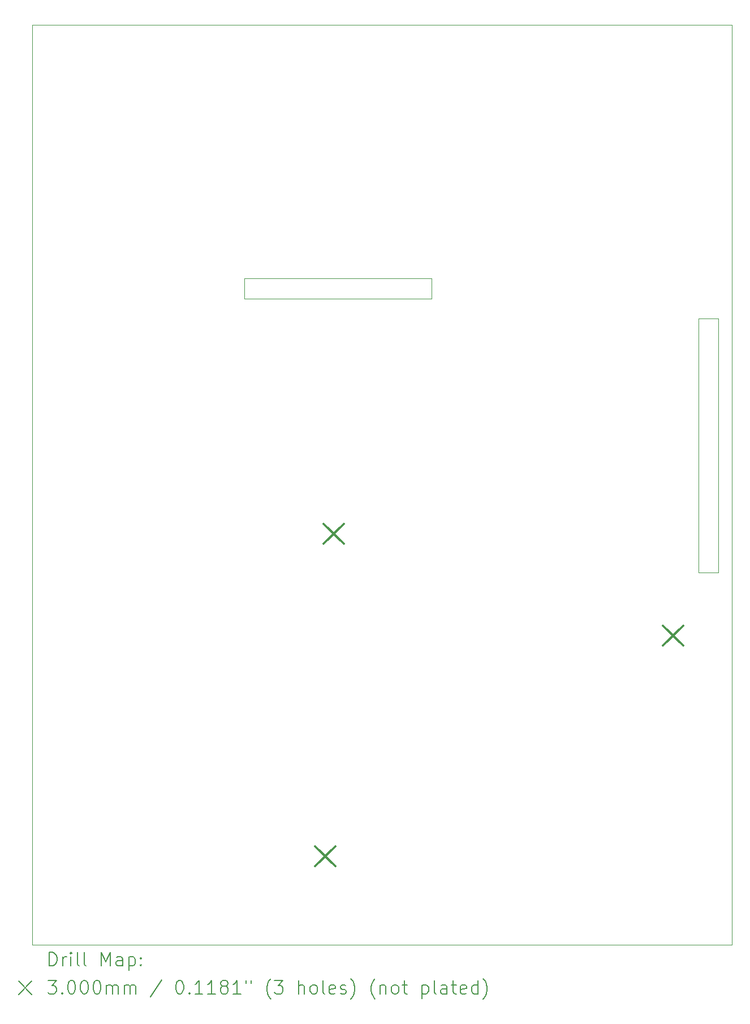
<source format=gbr>
%TF.GenerationSoftware,KiCad,Pcbnew,7.0.10-7.0.10~ubuntu22.04.1*%
%TF.CreationDate,2024-02-01T23:34:03+07:00*%
%TF.ProjectId,BFMC,42464d43-2e6b-4696-9361-645f70636258,rev?*%
%TF.SameCoordinates,Original*%
%TF.FileFunction,Drillmap*%
%TF.FilePolarity,Positive*%
%FSLAX45Y45*%
G04 Gerber Fmt 4.5, Leading zero omitted, Abs format (unit mm)*
G04 Created by KiCad (PCBNEW 7.0.10-7.0.10~ubuntu22.04.1) date 2024-02-01 23:34:03*
%MOMM*%
%LPD*%
G01*
G04 APERTURE LIST*
%ADD10C,0.100000*%
%ADD11C,0.101600*%
%ADD12C,0.200000*%
%ADD13C,0.300000*%
G04 APERTURE END LIST*
D10*
X14300000Y-5800000D02*
X14600000Y-5800000D01*
X14600000Y-9600000D01*
X14300000Y-9600000D01*
X14300000Y-5800000D01*
D11*
X4325620Y-1402820D02*
X14800000Y-1402820D01*
X14800000Y-15168880D01*
X4325620Y-15168880D01*
X4325620Y-1402820D01*
D10*
X7500000Y-5200000D02*
X10300000Y-5200000D01*
X10300000Y-5500000D01*
X7500000Y-5500000D01*
X7500000Y-5200000D01*
D12*
D13*
X8561160Y-13695540D02*
X8861160Y-13995540D01*
X8861160Y-13695540D02*
X8561160Y-13995540D01*
X8688160Y-8869540D02*
X8988160Y-9169540D01*
X8988160Y-8869540D02*
X8688160Y-9169540D01*
X13768160Y-10393540D02*
X14068160Y-10693540D01*
X14068160Y-10393540D02*
X13768160Y-10693540D01*
D12*
X4581317Y-15485444D02*
X4581317Y-15285444D01*
X4581317Y-15285444D02*
X4628936Y-15285444D01*
X4628936Y-15285444D02*
X4657507Y-15294968D01*
X4657507Y-15294968D02*
X4676555Y-15314015D01*
X4676555Y-15314015D02*
X4686079Y-15333063D01*
X4686079Y-15333063D02*
X4695603Y-15371158D01*
X4695603Y-15371158D02*
X4695603Y-15399729D01*
X4695603Y-15399729D02*
X4686079Y-15437825D01*
X4686079Y-15437825D02*
X4676555Y-15456872D01*
X4676555Y-15456872D02*
X4657507Y-15475920D01*
X4657507Y-15475920D02*
X4628936Y-15485444D01*
X4628936Y-15485444D02*
X4581317Y-15485444D01*
X4781317Y-15485444D02*
X4781317Y-15352110D01*
X4781317Y-15390206D02*
X4790841Y-15371158D01*
X4790841Y-15371158D02*
X4800364Y-15361634D01*
X4800364Y-15361634D02*
X4819412Y-15352110D01*
X4819412Y-15352110D02*
X4838460Y-15352110D01*
X4905126Y-15485444D02*
X4905126Y-15352110D01*
X4905126Y-15285444D02*
X4895603Y-15294968D01*
X4895603Y-15294968D02*
X4905126Y-15304491D01*
X4905126Y-15304491D02*
X4914650Y-15294968D01*
X4914650Y-15294968D02*
X4905126Y-15285444D01*
X4905126Y-15285444D02*
X4905126Y-15304491D01*
X5028936Y-15485444D02*
X5009888Y-15475920D01*
X5009888Y-15475920D02*
X5000364Y-15456872D01*
X5000364Y-15456872D02*
X5000364Y-15285444D01*
X5133698Y-15485444D02*
X5114650Y-15475920D01*
X5114650Y-15475920D02*
X5105126Y-15456872D01*
X5105126Y-15456872D02*
X5105126Y-15285444D01*
X5362269Y-15485444D02*
X5362269Y-15285444D01*
X5362269Y-15285444D02*
X5428936Y-15428301D01*
X5428936Y-15428301D02*
X5495603Y-15285444D01*
X5495603Y-15285444D02*
X5495603Y-15485444D01*
X5676555Y-15485444D02*
X5676555Y-15380682D01*
X5676555Y-15380682D02*
X5667031Y-15361634D01*
X5667031Y-15361634D02*
X5647983Y-15352110D01*
X5647983Y-15352110D02*
X5609888Y-15352110D01*
X5609888Y-15352110D02*
X5590841Y-15361634D01*
X5676555Y-15475920D02*
X5657507Y-15485444D01*
X5657507Y-15485444D02*
X5609888Y-15485444D01*
X5609888Y-15485444D02*
X5590841Y-15475920D01*
X5590841Y-15475920D02*
X5581317Y-15456872D01*
X5581317Y-15456872D02*
X5581317Y-15437825D01*
X5581317Y-15437825D02*
X5590841Y-15418777D01*
X5590841Y-15418777D02*
X5609888Y-15409253D01*
X5609888Y-15409253D02*
X5657507Y-15409253D01*
X5657507Y-15409253D02*
X5676555Y-15399729D01*
X5771793Y-15352110D02*
X5771793Y-15552110D01*
X5771793Y-15361634D02*
X5790841Y-15352110D01*
X5790841Y-15352110D02*
X5828936Y-15352110D01*
X5828936Y-15352110D02*
X5847983Y-15361634D01*
X5847983Y-15361634D02*
X5857507Y-15371158D01*
X5857507Y-15371158D02*
X5867031Y-15390206D01*
X5867031Y-15390206D02*
X5867031Y-15447348D01*
X5867031Y-15447348D02*
X5857507Y-15466396D01*
X5857507Y-15466396D02*
X5847983Y-15475920D01*
X5847983Y-15475920D02*
X5828936Y-15485444D01*
X5828936Y-15485444D02*
X5790841Y-15485444D01*
X5790841Y-15485444D02*
X5771793Y-15475920D01*
X5952745Y-15466396D02*
X5962269Y-15475920D01*
X5962269Y-15475920D02*
X5952745Y-15485444D01*
X5952745Y-15485444D02*
X5943222Y-15475920D01*
X5943222Y-15475920D02*
X5952745Y-15466396D01*
X5952745Y-15466396D02*
X5952745Y-15485444D01*
X5952745Y-15361634D02*
X5962269Y-15371158D01*
X5962269Y-15371158D02*
X5952745Y-15380682D01*
X5952745Y-15380682D02*
X5943222Y-15371158D01*
X5943222Y-15371158D02*
X5952745Y-15361634D01*
X5952745Y-15361634D02*
X5952745Y-15380682D01*
X4120540Y-15713960D02*
X4320540Y-15913960D01*
X4320540Y-15713960D02*
X4120540Y-15913960D01*
X4562269Y-15705444D02*
X4686079Y-15705444D01*
X4686079Y-15705444D02*
X4619412Y-15781634D01*
X4619412Y-15781634D02*
X4647984Y-15781634D01*
X4647984Y-15781634D02*
X4667031Y-15791158D01*
X4667031Y-15791158D02*
X4676555Y-15800682D01*
X4676555Y-15800682D02*
X4686079Y-15819729D01*
X4686079Y-15819729D02*
X4686079Y-15867348D01*
X4686079Y-15867348D02*
X4676555Y-15886396D01*
X4676555Y-15886396D02*
X4667031Y-15895920D01*
X4667031Y-15895920D02*
X4647984Y-15905444D01*
X4647984Y-15905444D02*
X4590841Y-15905444D01*
X4590841Y-15905444D02*
X4571793Y-15895920D01*
X4571793Y-15895920D02*
X4562269Y-15886396D01*
X4771793Y-15886396D02*
X4781317Y-15895920D01*
X4781317Y-15895920D02*
X4771793Y-15905444D01*
X4771793Y-15905444D02*
X4762269Y-15895920D01*
X4762269Y-15895920D02*
X4771793Y-15886396D01*
X4771793Y-15886396D02*
X4771793Y-15905444D01*
X4905126Y-15705444D02*
X4924174Y-15705444D01*
X4924174Y-15705444D02*
X4943222Y-15714968D01*
X4943222Y-15714968D02*
X4952745Y-15724491D01*
X4952745Y-15724491D02*
X4962269Y-15743539D01*
X4962269Y-15743539D02*
X4971793Y-15781634D01*
X4971793Y-15781634D02*
X4971793Y-15829253D01*
X4971793Y-15829253D02*
X4962269Y-15867348D01*
X4962269Y-15867348D02*
X4952745Y-15886396D01*
X4952745Y-15886396D02*
X4943222Y-15895920D01*
X4943222Y-15895920D02*
X4924174Y-15905444D01*
X4924174Y-15905444D02*
X4905126Y-15905444D01*
X4905126Y-15905444D02*
X4886079Y-15895920D01*
X4886079Y-15895920D02*
X4876555Y-15886396D01*
X4876555Y-15886396D02*
X4867031Y-15867348D01*
X4867031Y-15867348D02*
X4857507Y-15829253D01*
X4857507Y-15829253D02*
X4857507Y-15781634D01*
X4857507Y-15781634D02*
X4867031Y-15743539D01*
X4867031Y-15743539D02*
X4876555Y-15724491D01*
X4876555Y-15724491D02*
X4886079Y-15714968D01*
X4886079Y-15714968D02*
X4905126Y-15705444D01*
X5095603Y-15705444D02*
X5114650Y-15705444D01*
X5114650Y-15705444D02*
X5133698Y-15714968D01*
X5133698Y-15714968D02*
X5143222Y-15724491D01*
X5143222Y-15724491D02*
X5152745Y-15743539D01*
X5152745Y-15743539D02*
X5162269Y-15781634D01*
X5162269Y-15781634D02*
X5162269Y-15829253D01*
X5162269Y-15829253D02*
X5152745Y-15867348D01*
X5152745Y-15867348D02*
X5143222Y-15886396D01*
X5143222Y-15886396D02*
X5133698Y-15895920D01*
X5133698Y-15895920D02*
X5114650Y-15905444D01*
X5114650Y-15905444D02*
X5095603Y-15905444D01*
X5095603Y-15905444D02*
X5076555Y-15895920D01*
X5076555Y-15895920D02*
X5067031Y-15886396D01*
X5067031Y-15886396D02*
X5057507Y-15867348D01*
X5057507Y-15867348D02*
X5047984Y-15829253D01*
X5047984Y-15829253D02*
X5047984Y-15781634D01*
X5047984Y-15781634D02*
X5057507Y-15743539D01*
X5057507Y-15743539D02*
X5067031Y-15724491D01*
X5067031Y-15724491D02*
X5076555Y-15714968D01*
X5076555Y-15714968D02*
X5095603Y-15705444D01*
X5286079Y-15705444D02*
X5305126Y-15705444D01*
X5305126Y-15705444D02*
X5324174Y-15714968D01*
X5324174Y-15714968D02*
X5333698Y-15724491D01*
X5333698Y-15724491D02*
X5343222Y-15743539D01*
X5343222Y-15743539D02*
X5352745Y-15781634D01*
X5352745Y-15781634D02*
X5352745Y-15829253D01*
X5352745Y-15829253D02*
X5343222Y-15867348D01*
X5343222Y-15867348D02*
X5333698Y-15886396D01*
X5333698Y-15886396D02*
X5324174Y-15895920D01*
X5324174Y-15895920D02*
X5305126Y-15905444D01*
X5305126Y-15905444D02*
X5286079Y-15905444D01*
X5286079Y-15905444D02*
X5267031Y-15895920D01*
X5267031Y-15895920D02*
X5257507Y-15886396D01*
X5257507Y-15886396D02*
X5247984Y-15867348D01*
X5247984Y-15867348D02*
X5238460Y-15829253D01*
X5238460Y-15829253D02*
X5238460Y-15781634D01*
X5238460Y-15781634D02*
X5247984Y-15743539D01*
X5247984Y-15743539D02*
X5257507Y-15724491D01*
X5257507Y-15724491D02*
X5267031Y-15714968D01*
X5267031Y-15714968D02*
X5286079Y-15705444D01*
X5438460Y-15905444D02*
X5438460Y-15772110D01*
X5438460Y-15791158D02*
X5447984Y-15781634D01*
X5447984Y-15781634D02*
X5467031Y-15772110D01*
X5467031Y-15772110D02*
X5495603Y-15772110D01*
X5495603Y-15772110D02*
X5514650Y-15781634D01*
X5514650Y-15781634D02*
X5524174Y-15800682D01*
X5524174Y-15800682D02*
X5524174Y-15905444D01*
X5524174Y-15800682D02*
X5533698Y-15781634D01*
X5533698Y-15781634D02*
X5552745Y-15772110D01*
X5552745Y-15772110D02*
X5581317Y-15772110D01*
X5581317Y-15772110D02*
X5600364Y-15781634D01*
X5600364Y-15781634D02*
X5609888Y-15800682D01*
X5609888Y-15800682D02*
X5609888Y-15905444D01*
X5705126Y-15905444D02*
X5705126Y-15772110D01*
X5705126Y-15791158D02*
X5714650Y-15781634D01*
X5714650Y-15781634D02*
X5733698Y-15772110D01*
X5733698Y-15772110D02*
X5762269Y-15772110D01*
X5762269Y-15772110D02*
X5781317Y-15781634D01*
X5781317Y-15781634D02*
X5790841Y-15800682D01*
X5790841Y-15800682D02*
X5790841Y-15905444D01*
X5790841Y-15800682D02*
X5800364Y-15781634D01*
X5800364Y-15781634D02*
X5819412Y-15772110D01*
X5819412Y-15772110D02*
X5847983Y-15772110D01*
X5847983Y-15772110D02*
X5867031Y-15781634D01*
X5867031Y-15781634D02*
X5876555Y-15800682D01*
X5876555Y-15800682D02*
X5876555Y-15905444D01*
X6267031Y-15695920D02*
X6095603Y-15953063D01*
X6524174Y-15705444D02*
X6543222Y-15705444D01*
X6543222Y-15705444D02*
X6562269Y-15714968D01*
X6562269Y-15714968D02*
X6571793Y-15724491D01*
X6571793Y-15724491D02*
X6581317Y-15743539D01*
X6581317Y-15743539D02*
X6590841Y-15781634D01*
X6590841Y-15781634D02*
X6590841Y-15829253D01*
X6590841Y-15829253D02*
X6581317Y-15867348D01*
X6581317Y-15867348D02*
X6571793Y-15886396D01*
X6571793Y-15886396D02*
X6562269Y-15895920D01*
X6562269Y-15895920D02*
X6543222Y-15905444D01*
X6543222Y-15905444D02*
X6524174Y-15905444D01*
X6524174Y-15905444D02*
X6505126Y-15895920D01*
X6505126Y-15895920D02*
X6495603Y-15886396D01*
X6495603Y-15886396D02*
X6486079Y-15867348D01*
X6486079Y-15867348D02*
X6476555Y-15829253D01*
X6476555Y-15829253D02*
X6476555Y-15781634D01*
X6476555Y-15781634D02*
X6486079Y-15743539D01*
X6486079Y-15743539D02*
X6495603Y-15724491D01*
X6495603Y-15724491D02*
X6505126Y-15714968D01*
X6505126Y-15714968D02*
X6524174Y-15705444D01*
X6676555Y-15886396D02*
X6686079Y-15895920D01*
X6686079Y-15895920D02*
X6676555Y-15905444D01*
X6676555Y-15905444D02*
X6667031Y-15895920D01*
X6667031Y-15895920D02*
X6676555Y-15886396D01*
X6676555Y-15886396D02*
X6676555Y-15905444D01*
X6876555Y-15905444D02*
X6762269Y-15905444D01*
X6819412Y-15905444D02*
X6819412Y-15705444D01*
X6819412Y-15705444D02*
X6800365Y-15734015D01*
X6800365Y-15734015D02*
X6781317Y-15753063D01*
X6781317Y-15753063D02*
X6762269Y-15762587D01*
X7067031Y-15905444D02*
X6952746Y-15905444D01*
X7009888Y-15905444D02*
X7009888Y-15705444D01*
X7009888Y-15705444D02*
X6990841Y-15734015D01*
X6990841Y-15734015D02*
X6971793Y-15753063D01*
X6971793Y-15753063D02*
X6952746Y-15762587D01*
X7181317Y-15791158D02*
X7162269Y-15781634D01*
X7162269Y-15781634D02*
X7152746Y-15772110D01*
X7152746Y-15772110D02*
X7143222Y-15753063D01*
X7143222Y-15753063D02*
X7143222Y-15743539D01*
X7143222Y-15743539D02*
X7152746Y-15724491D01*
X7152746Y-15724491D02*
X7162269Y-15714968D01*
X7162269Y-15714968D02*
X7181317Y-15705444D01*
X7181317Y-15705444D02*
X7219412Y-15705444D01*
X7219412Y-15705444D02*
X7238460Y-15714968D01*
X7238460Y-15714968D02*
X7247984Y-15724491D01*
X7247984Y-15724491D02*
X7257507Y-15743539D01*
X7257507Y-15743539D02*
X7257507Y-15753063D01*
X7257507Y-15753063D02*
X7247984Y-15772110D01*
X7247984Y-15772110D02*
X7238460Y-15781634D01*
X7238460Y-15781634D02*
X7219412Y-15791158D01*
X7219412Y-15791158D02*
X7181317Y-15791158D01*
X7181317Y-15791158D02*
X7162269Y-15800682D01*
X7162269Y-15800682D02*
X7152746Y-15810206D01*
X7152746Y-15810206D02*
X7143222Y-15829253D01*
X7143222Y-15829253D02*
X7143222Y-15867348D01*
X7143222Y-15867348D02*
X7152746Y-15886396D01*
X7152746Y-15886396D02*
X7162269Y-15895920D01*
X7162269Y-15895920D02*
X7181317Y-15905444D01*
X7181317Y-15905444D02*
X7219412Y-15905444D01*
X7219412Y-15905444D02*
X7238460Y-15895920D01*
X7238460Y-15895920D02*
X7247984Y-15886396D01*
X7247984Y-15886396D02*
X7257507Y-15867348D01*
X7257507Y-15867348D02*
X7257507Y-15829253D01*
X7257507Y-15829253D02*
X7247984Y-15810206D01*
X7247984Y-15810206D02*
X7238460Y-15800682D01*
X7238460Y-15800682D02*
X7219412Y-15791158D01*
X7447984Y-15905444D02*
X7333698Y-15905444D01*
X7390841Y-15905444D02*
X7390841Y-15705444D01*
X7390841Y-15705444D02*
X7371793Y-15734015D01*
X7371793Y-15734015D02*
X7352746Y-15753063D01*
X7352746Y-15753063D02*
X7333698Y-15762587D01*
X7524174Y-15705444D02*
X7524174Y-15743539D01*
X7600365Y-15705444D02*
X7600365Y-15743539D01*
X7895603Y-15981634D02*
X7886079Y-15972110D01*
X7886079Y-15972110D02*
X7867031Y-15943539D01*
X7867031Y-15943539D02*
X7857508Y-15924491D01*
X7857508Y-15924491D02*
X7847984Y-15895920D01*
X7847984Y-15895920D02*
X7838460Y-15848301D01*
X7838460Y-15848301D02*
X7838460Y-15810206D01*
X7838460Y-15810206D02*
X7847984Y-15762587D01*
X7847984Y-15762587D02*
X7857508Y-15734015D01*
X7857508Y-15734015D02*
X7867031Y-15714968D01*
X7867031Y-15714968D02*
X7886079Y-15686396D01*
X7886079Y-15686396D02*
X7895603Y-15676872D01*
X7952746Y-15705444D02*
X8076555Y-15705444D01*
X8076555Y-15705444D02*
X8009888Y-15781634D01*
X8009888Y-15781634D02*
X8038460Y-15781634D01*
X8038460Y-15781634D02*
X8057508Y-15791158D01*
X8057508Y-15791158D02*
X8067031Y-15800682D01*
X8067031Y-15800682D02*
X8076555Y-15819729D01*
X8076555Y-15819729D02*
X8076555Y-15867348D01*
X8076555Y-15867348D02*
X8067031Y-15886396D01*
X8067031Y-15886396D02*
X8057508Y-15895920D01*
X8057508Y-15895920D02*
X8038460Y-15905444D01*
X8038460Y-15905444D02*
X7981317Y-15905444D01*
X7981317Y-15905444D02*
X7962269Y-15895920D01*
X7962269Y-15895920D02*
X7952746Y-15886396D01*
X8314650Y-15905444D02*
X8314650Y-15705444D01*
X8400365Y-15905444D02*
X8400365Y-15800682D01*
X8400365Y-15800682D02*
X8390841Y-15781634D01*
X8390841Y-15781634D02*
X8371793Y-15772110D01*
X8371793Y-15772110D02*
X8343222Y-15772110D01*
X8343222Y-15772110D02*
X8324174Y-15781634D01*
X8324174Y-15781634D02*
X8314650Y-15791158D01*
X8524174Y-15905444D02*
X8505127Y-15895920D01*
X8505127Y-15895920D02*
X8495603Y-15886396D01*
X8495603Y-15886396D02*
X8486079Y-15867348D01*
X8486079Y-15867348D02*
X8486079Y-15810206D01*
X8486079Y-15810206D02*
X8495603Y-15791158D01*
X8495603Y-15791158D02*
X8505127Y-15781634D01*
X8505127Y-15781634D02*
X8524174Y-15772110D01*
X8524174Y-15772110D02*
X8552746Y-15772110D01*
X8552746Y-15772110D02*
X8571793Y-15781634D01*
X8571793Y-15781634D02*
X8581317Y-15791158D01*
X8581317Y-15791158D02*
X8590841Y-15810206D01*
X8590841Y-15810206D02*
X8590841Y-15867348D01*
X8590841Y-15867348D02*
X8581317Y-15886396D01*
X8581317Y-15886396D02*
X8571793Y-15895920D01*
X8571793Y-15895920D02*
X8552746Y-15905444D01*
X8552746Y-15905444D02*
X8524174Y-15905444D01*
X8705127Y-15905444D02*
X8686079Y-15895920D01*
X8686079Y-15895920D02*
X8676555Y-15876872D01*
X8676555Y-15876872D02*
X8676555Y-15705444D01*
X8857508Y-15895920D02*
X8838460Y-15905444D01*
X8838460Y-15905444D02*
X8800365Y-15905444D01*
X8800365Y-15905444D02*
X8781317Y-15895920D01*
X8781317Y-15895920D02*
X8771793Y-15876872D01*
X8771793Y-15876872D02*
X8771793Y-15800682D01*
X8771793Y-15800682D02*
X8781317Y-15781634D01*
X8781317Y-15781634D02*
X8800365Y-15772110D01*
X8800365Y-15772110D02*
X8838460Y-15772110D01*
X8838460Y-15772110D02*
X8857508Y-15781634D01*
X8857508Y-15781634D02*
X8867032Y-15800682D01*
X8867032Y-15800682D02*
X8867032Y-15819729D01*
X8867032Y-15819729D02*
X8771793Y-15838777D01*
X8943222Y-15895920D02*
X8962270Y-15905444D01*
X8962270Y-15905444D02*
X9000365Y-15905444D01*
X9000365Y-15905444D02*
X9019413Y-15895920D01*
X9019413Y-15895920D02*
X9028936Y-15876872D01*
X9028936Y-15876872D02*
X9028936Y-15867348D01*
X9028936Y-15867348D02*
X9019413Y-15848301D01*
X9019413Y-15848301D02*
X9000365Y-15838777D01*
X9000365Y-15838777D02*
X8971793Y-15838777D01*
X8971793Y-15838777D02*
X8952746Y-15829253D01*
X8952746Y-15829253D02*
X8943222Y-15810206D01*
X8943222Y-15810206D02*
X8943222Y-15800682D01*
X8943222Y-15800682D02*
X8952746Y-15781634D01*
X8952746Y-15781634D02*
X8971793Y-15772110D01*
X8971793Y-15772110D02*
X9000365Y-15772110D01*
X9000365Y-15772110D02*
X9019413Y-15781634D01*
X9095603Y-15981634D02*
X9105127Y-15972110D01*
X9105127Y-15972110D02*
X9124174Y-15943539D01*
X9124174Y-15943539D02*
X9133698Y-15924491D01*
X9133698Y-15924491D02*
X9143222Y-15895920D01*
X9143222Y-15895920D02*
X9152746Y-15848301D01*
X9152746Y-15848301D02*
X9152746Y-15810206D01*
X9152746Y-15810206D02*
X9143222Y-15762587D01*
X9143222Y-15762587D02*
X9133698Y-15734015D01*
X9133698Y-15734015D02*
X9124174Y-15714968D01*
X9124174Y-15714968D02*
X9105127Y-15686396D01*
X9105127Y-15686396D02*
X9095603Y-15676872D01*
X9457508Y-15981634D02*
X9447984Y-15972110D01*
X9447984Y-15972110D02*
X9428936Y-15943539D01*
X9428936Y-15943539D02*
X9419413Y-15924491D01*
X9419413Y-15924491D02*
X9409889Y-15895920D01*
X9409889Y-15895920D02*
X9400365Y-15848301D01*
X9400365Y-15848301D02*
X9400365Y-15810206D01*
X9400365Y-15810206D02*
X9409889Y-15762587D01*
X9409889Y-15762587D02*
X9419413Y-15734015D01*
X9419413Y-15734015D02*
X9428936Y-15714968D01*
X9428936Y-15714968D02*
X9447984Y-15686396D01*
X9447984Y-15686396D02*
X9457508Y-15676872D01*
X9533698Y-15772110D02*
X9533698Y-15905444D01*
X9533698Y-15791158D02*
X9543222Y-15781634D01*
X9543222Y-15781634D02*
X9562270Y-15772110D01*
X9562270Y-15772110D02*
X9590841Y-15772110D01*
X9590841Y-15772110D02*
X9609889Y-15781634D01*
X9609889Y-15781634D02*
X9619413Y-15800682D01*
X9619413Y-15800682D02*
X9619413Y-15905444D01*
X9743222Y-15905444D02*
X9724174Y-15895920D01*
X9724174Y-15895920D02*
X9714651Y-15886396D01*
X9714651Y-15886396D02*
X9705127Y-15867348D01*
X9705127Y-15867348D02*
X9705127Y-15810206D01*
X9705127Y-15810206D02*
X9714651Y-15791158D01*
X9714651Y-15791158D02*
X9724174Y-15781634D01*
X9724174Y-15781634D02*
X9743222Y-15772110D01*
X9743222Y-15772110D02*
X9771794Y-15772110D01*
X9771794Y-15772110D02*
X9790841Y-15781634D01*
X9790841Y-15781634D02*
X9800365Y-15791158D01*
X9800365Y-15791158D02*
X9809889Y-15810206D01*
X9809889Y-15810206D02*
X9809889Y-15867348D01*
X9809889Y-15867348D02*
X9800365Y-15886396D01*
X9800365Y-15886396D02*
X9790841Y-15895920D01*
X9790841Y-15895920D02*
X9771794Y-15905444D01*
X9771794Y-15905444D02*
X9743222Y-15905444D01*
X9867032Y-15772110D02*
X9943222Y-15772110D01*
X9895603Y-15705444D02*
X9895603Y-15876872D01*
X9895603Y-15876872D02*
X9905127Y-15895920D01*
X9905127Y-15895920D02*
X9924174Y-15905444D01*
X9924174Y-15905444D02*
X9943222Y-15905444D01*
X10162270Y-15772110D02*
X10162270Y-15972110D01*
X10162270Y-15781634D02*
X10181317Y-15772110D01*
X10181317Y-15772110D02*
X10219413Y-15772110D01*
X10219413Y-15772110D02*
X10238460Y-15781634D01*
X10238460Y-15781634D02*
X10247984Y-15791158D01*
X10247984Y-15791158D02*
X10257508Y-15810206D01*
X10257508Y-15810206D02*
X10257508Y-15867348D01*
X10257508Y-15867348D02*
X10247984Y-15886396D01*
X10247984Y-15886396D02*
X10238460Y-15895920D01*
X10238460Y-15895920D02*
X10219413Y-15905444D01*
X10219413Y-15905444D02*
X10181317Y-15905444D01*
X10181317Y-15905444D02*
X10162270Y-15895920D01*
X10371794Y-15905444D02*
X10352746Y-15895920D01*
X10352746Y-15895920D02*
X10343222Y-15876872D01*
X10343222Y-15876872D02*
X10343222Y-15705444D01*
X10533698Y-15905444D02*
X10533698Y-15800682D01*
X10533698Y-15800682D02*
X10524175Y-15781634D01*
X10524175Y-15781634D02*
X10505127Y-15772110D01*
X10505127Y-15772110D02*
X10467032Y-15772110D01*
X10467032Y-15772110D02*
X10447984Y-15781634D01*
X10533698Y-15895920D02*
X10514651Y-15905444D01*
X10514651Y-15905444D02*
X10467032Y-15905444D01*
X10467032Y-15905444D02*
X10447984Y-15895920D01*
X10447984Y-15895920D02*
X10438460Y-15876872D01*
X10438460Y-15876872D02*
X10438460Y-15857825D01*
X10438460Y-15857825D02*
X10447984Y-15838777D01*
X10447984Y-15838777D02*
X10467032Y-15829253D01*
X10467032Y-15829253D02*
X10514651Y-15829253D01*
X10514651Y-15829253D02*
X10533698Y-15819729D01*
X10600365Y-15772110D02*
X10676555Y-15772110D01*
X10628936Y-15705444D02*
X10628936Y-15876872D01*
X10628936Y-15876872D02*
X10638460Y-15895920D01*
X10638460Y-15895920D02*
X10657508Y-15905444D01*
X10657508Y-15905444D02*
X10676555Y-15905444D01*
X10819413Y-15895920D02*
X10800365Y-15905444D01*
X10800365Y-15905444D02*
X10762270Y-15905444D01*
X10762270Y-15905444D02*
X10743222Y-15895920D01*
X10743222Y-15895920D02*
X10733698Y-15876872D01*
X10733698Y-15876872D02*
X10733698Y-15800682D01*
X10733698Y-15800682D02*
X10743222Y-15781634D01*
X10743222Y-15781634D02*
X10762270Y-15772110D01*
X10762270Y-15772110D02*
X10800365Y-15772110D01*
X10800365Y-15772110D02*
X10819413Y-15781634D01*
X10819413Y-15781634D02*
X10828936Y-15800682D01*
X10828936Y-15800682D02*
X10828936Y-15819729D01*
X10828936Y-15819729D02*
X10733698Y-15838777D01*
X11000365Y-15905444D02*
X11000365Y-15705444D01*
X11000365Y-15895920D02*
X10981317Y-15905444D01*
X10981317Y-15905444D02*
X10943222Y-15905444D01*
X10943222Y-15905444D02*
X10924175Y-15895920D01*
X10924175Y-15895920D02*
X10914651Y-15886396D01*
X10914651Y-15886396D02*
X10905127Y-15867348D01*
X10905127Y-15867348D02*
X10905127Y-15810206D01*
X10905127Y-15810206D02*
X10914651Y-15791158D01*
X10914651Y-15791158D02*
X10924175Y-15781634D01*
X10924175Y-15781634D02*
X10943222Y-15772110D01*
X10943222Y-15772110D02*
X10981317Y-15772110D01*
X10981317Y-15772110D02*
X11000365Y-15781634D01*
X11076556Y-15981634D02*
X11086079Y-15972110D01*
X11086079Y-15972110D02*
X11105127Y-15943539D01*
X11105127Y-15943539D02*
X11114651Y-15924491D01*
X11114651Y-15924491D02*
X11124175Y-15895920D01*
X11124175Y-15895920D02*
X11133698Y-15848301D01*
X11133698Y-15848301D02*
X11133698Y-15810206D01*
X11133698Y-15810206D02*
X11124175Y-15762587D01*
X11124175Y-15762587D02*
X11114651Y-15734015D01*
X11114651Y-15734015D02*
X11105127Y-15714968D01*
X11105127Y-15714968D02*
X11086079Y-15686396D01*
X11086079Y-15686396D02*
X11076556Y-15676872D01*
M02*

</source>
